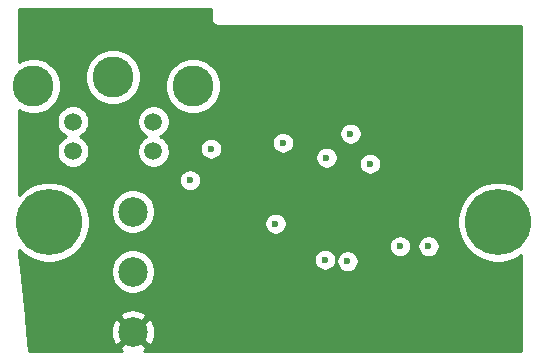
<source format=gbr>
G04 #@! TF.GenerationSoftware,KiCad,Pcbnew,(5.1.4)-1*
G04 #@! TF.CreationDate,2020-11-04T22:22:00+01:00*
G04 #@! TF.ProjectId,S-VHS ZX Spectrum Rev. D,532d5648-5320-45a5-9820-537065637472,rev?*
G04 #@! TF.SameCoordinates,Original*
G04 #@! TF.FileFunction,Copper,L2,Inr*
G04 #@! TF.FilePolarity,Positive*
%FSLAX46Y46*%
G04 Gerber Fmt 4.6, Leading zero omitted, Abs format (unit mm)*
G04 Created by KiCad (PCBNEW (5.1.4)-1) date 2020-11-04 22:22:00*
%MOMM*%
%LPD*%
G04 APERTURE LIST*
%ADD10C,5.600000*%
%ADD11C,1.500000*%
%ADD12C,3.465000*%
%ADD13C,2.499360*%
%ADD14C,0.600000*%
%ADD15C,1.200000*%
%ADD16C,0.254000*%
G04 APERTURE END LIST*
D10*
X138938000Y-102489000D03*
X176950000Y-102489000D03*
D11*
X140970000Y-93980000D03*
X147770000Y-93980000D03*
X140970000Y-96480000D03*
X147770000Y-96480000D03*
D12*
X137620000Y-90980000D03*
X144370000Y-90180000D03*
X151120000Y-90980000D03*
D13*
X146050000Y-111760000D03*
X146050000Y-101600000D03*
X146050000Y-106680000D03*
D14*
X158115000Y-102616000D03*
X162433000Y-97028000D03*
X164465000Y-94996000D03*
X166116000Y-97536000D03*
X164211000Y-105791000D03*
X171069000Y-104521000D03*
X162306000Y-105664000D03*
X168656000Y-104521000D03*
X152654000Y-96266000D03*
X158750000Y-95758000D03*
X150876000Y-98933000D03*
D15*
X171323000Y-96266000D03*
X172466000Y-106172000D03*
X165896500Y-101888500D03*
D16*
G36*
X152629000Y-85184580D02*
G01*
X152625807Y-85217000D01*
X152638550Y-85346383D01*
X152676290Y-85470793D01*
X152737575Y-85585450D01*
X152820052Y-85685948D01*
X152920550Y-85768425D01*
X153035207Y-85829710D01*
X153159617Y-85867450D01*
X153289000Y-85880193D01*
X153321419Y-85877000D01*
X178918000Y-85877000D01*
X178918001Y-99672737D01*
X178577082Y-99444943D01*
X177951952Y-99186006D01*
X177288318Y-99054000D01*
X176611682Y-99054000D01*
X175948048Y-99186006D01*
X175322918Y-99444943D01*
X174760315Y-99820862D01*
X174281862Y-100299315D01*
X173905943Y-100861918D01*
X173647006Y-101487048D01*
X173515000Y-102150682D01*
X173515000Y-102827318D01*
X173647006Y-103490952D01*
X173905943Y-104116082D01*
X174281862Y-104678685D01*
X174760315Y-105157138D01*
X175322918Y-105533057D01*
X175948048Y-105791994D01*
X176611682Y-105924000D01*
X177288318Y-105924000D01*
X177951952Y-105791994D01*
X178577082Y-105533057D01*
X178918001Y-105305263D01*
X178918001Y-113386000D01*
X147015455Y-113386000D01*
X147057896Y-113363315D01*
X147183771Y-113073377D01*
X146050000Y-111939605D01*
X144916229Y-113073377D01*
X145042104Y-113363315D01*
X145087544Y-113386000D01*
X137248430Y-113386000D01*
X137088822Y-111812719D01*
X144156935Y-111812719D01*
X144203595Y-112181025D01*
X144321211Y-112533151D01*
X144446685Y-112767896D01*
X144736623Y-112893771D01*
X145870395Y-111760000D01*
X146229605Y-111760000D01*
X147363377Y-112893771D01*
X147653315Y-112767896D01*
X147819139Y-112435738D01*
X147916975Y-112077613D01*
X147943065Y-111707281D01*
X147896405Y-111338975D01*
X147778789Y-110986849D01*
X147653315Y-110752104D01*
X147363377Y-110626229D01*
X146229605Y-111760000D01*
X145870395Y-111760000D01*
X144736623Y-110626229D01*
X144446685Y-110752104D01*
X144280861Y-111084262D01*
X144183025Y-111442387D01*
X144156935Y-111812719D01*
X137088822Y-111812719D01*
X136950233Y-110446623D01*
X144916229Y-110446623D01*
X146050000Y-111580395D01*
X147183771Y-110446623D01*
X147057896Y-110156685D01*
X146725738Y-109990861D01*
X146367613Y-109893025D01*
X145997281Y-109866935D01*
X145628975Y-109913595D01*
X145276849Y-110031211D01*
X145042104Y-110156685D01*
X144916229Y-110446623D01*
X136950233Y-110446623D01*
X136549281Y-106494375D01*
X144165320Y-106494375D01*
X144165320Y-106865625D01*
X144237747Y-107229741D01*
X144379818Y-107572731D01*
X144586074Y-107881413D01*
X144848587Y-108143926D01*
X145157269Y-108350182D01*
X145500259Y-108492253D01*
X145864375Y-108564680D01*
X146235625Y-108564680D01*
X146599741Y-108492253D01*
X146942731Y-108350182D01*
X147251413Y-108143926D01*
X147513926Y-107881413D01*
X147720182Y-107572731D01*
X147862253Y-107229741D01*
X147934680Y-106865625D01*
X147934680Y-106494375D01*
X147862253Y-106130259D01*
X147720182Y-105787269D01*
X147576284Y-105571911D01*
X161371000Y-105571911D01*
X161371000Y-105756089D01*
X161406932Y-105936729D01*
X161477414Y-106106889D01*
X161579738Y-106260028D01*
X161709972Y-106390262D01*
X161863111Y-106492586D01*
X162033271Y-106563068D01*
X162213911Y-106599000D01*
X162398089Y-106599000D01*
X162578729Y-106563068D01*
X162748889Y-106492586D01*
X162902028Y-106390262D01*
X163032262Y-106260028D01*
X163134586Y-106106889D01*
X163205068Y-105936729D01*
X163241000Y-105756089D01*
X163241000Y-105698911D01*
X163276000Y-105698911D01*
X163276000Y-105883089D01*
X163311932Y-106063729D01*
X163382414Y-106233889D01*
X163484738Y-106387028D01*
X163614972Y-106517262D01*
X163768111Y-106619586D01*
X163938271Y-106690068D01*
X164118911Y-106726000D01*
X164303089Y-106726000D01*
X164483729Y-106690068D01*
X164653889Y-106619586D01*
X164807028Y-106517262D01*
X164937262Y-106387028D01*
X165039586Y-106233889D01*
X165110068Y-106063729D01*
X165146000Y-105883089D01*
X165146000Y-105698911D01*
X165110068Y-105518271D01*
X165039586Y-105348111D01*
X164937262Y-105194972D01*
X164807028Y-105064738D01*
X164653889Y-104962414D01*
X164483729Y-104891932D01*
X164303089Y-104856000D01*
X164118911Y-104856000D01*
X163938271Y-104891932D01*
X163768111Y-104962414D01*
X163614972Y-105064738D01*
X163484738Y-105194972D01*
X163382414Y-105348111D01*
X163311932Y-105518271D01*
X163276000Y-105698911D01*
X163241000Y-105698911D01*
X163241000Y-105571911D01*
X163205068Y-105391271D01*
X163134586Y-105221111D01*
X163032262Y-105067972D01*
X162902028Y-104937738D01*
X162748889Y-104835414D01*
X162578729Y-104764932D01*
X162398089Y-104729000D01*
X162213911Y-104729000D01*
X162033271Y-104764932D01*
X161863111Y-104835414D01*
X161709972Y-104937738D01*
X161579738Y-105067972D01*
X161477414Y-105221111D01*
X161406932Y-105391271D01*
X161371000Y-105571911D01*
X147576284Y-105571911D01*
X147513926Y-105478587D01*
X147251413Y-105216074D01*
X146942731Y-105009818D01*
X146599741Y-104867747D01*
X146235625Y-104795320D01*
X145864375Y-104795320D01*
X145500259Y-104867747D01*
X145157269Y-105009818D01*
X144848587Y-105216074D01*
X144586074Y-105478587D01*
X144379818Y-105787269D01*
X144237747Y-106130259D01*
X144165320Y-106494375D01*
X136549281Y-106494375D01*
X136423000Y-105249613D01*
X136423000Y-104831823D01*
X136748315Y-105157138D01*
X137310918Y-105533057D01*
X137936048Y-105791994D01*
X138599682Y-105924000D01*
X139276318Y-105924000D01*
X139939952Y-105791994D01*
X140565082Y-105533057D01*
X141127685Y-105157138D01*
X141606138Y-104678685D01*
X141773031Y-104428911D01*
X167721000Y-104428911D01*
X167721000Y-104613089D01*
X167756932Y-104793729D01*
X167827414Y-104963889D01*
X167929738Y-105117028D01*
X168059972Y-105247262D01*
X168213111Y-105349586D01*
X168383271Y-105420068D01*
X168563911Y-105456000D01*
X168748089Y-105456000D01*
X168928729Y-105420068D01*
X169098889Y-105349586D01*
X169252028Y-105247262D01*
X169382262Y-105117028D01*
X169484586Y-104963889D01*
X169555068Y-104793729D01*
X169591000Y-104613089D01*
X169591000Y-104428911D01*
X170134000Y-104428911D01*
X170134000Y-104613089D01*
X170169932Y-104793729D01*
X170240414Y-104963889D01*
X170342738Y-105117028D01*
X170472972Y-105247262D01*
X170626111Y-105349586D01*
X170796271Y-105420068D01*
X170976911Y-105456000D01*
X171161089Y-105456000D01*
X171341729Y-105420068D01*
X171511889Y-105349586D01*
X171665028Y-105247262D01*
X171795262Y-105117028D01*
X171897586Y-104963889D01*
X171968068Y-104793729D01*
X172004000Y-104613089D01*
X172004000Y-104428911D01*
X171968068Y-104248271D01*
X171897586Y-104078111D01*
X171795262Y-103924972D01*
X171665028Y-103794738D01*
X171511889Y-103692414D01*
X171341729Y-103621932D01*
X171161089Y-103586000D01*
X170976911Y-103586000D01*
X170796271Y-103621932D01*
X170626111Y-103692414D01*
X170472972Y-103794738D01*
X170342738Y-103924972D01*
X170240414Y-104078111D01*
X170169932Y-104248271D01*
X170134000Y-104428911D01*
X169591000Y-104428911D01*
X169555068Y-104248271D01*
X169484586Y-104078111D01*
X169382262Y-103924972D01*
X169252028Y-103794738D01*
X169098889Y-103692414D01*
X168928729Y-103621932D01*
X168748089Y-103586000D01*
X168563911Y-103586000D01*
X168383271Y-103621932D01*
X168213111Y-103692414D01*
X168059972Y-103794738D01*
X167929738Y-103924972D01*
X167827414Y-104078111D01*
X167756932Y-104248271D01*
X167721000Y-104428911D01*
X141773031Y-104428911D01*
X141982057Y-104116082D01*
X142240994Y-103490952D01*
X142373000Y-102827318D01*
X142373000Y-102150682D01*
X142240994Y-101487048D01*
X142210892Y-101414375D01*
X144165320Y-101414375D01*
X144165320Y-101785625D01*
X144237747Y-102149741D01*
X144379818Y-102492731D01*
X144586074Y-102801413D01*
X144848587Y-103063926D01*
X145157269Y-103270182D01*
X145500259Y-103412253D01*
X145864375Y-103484680D01*
X146235625Y-103484680D01*
X146599741Y-103412253D01*
X146942731Y-103270182D01*
X147251413Y-103063926D01*
X147513926Y-102801413D01*
X147699348Y-102523911D01*
X157180000Y-102523911D01*
X157180000Y-102708089D01*
X157215932Y-102888729D01*
X157286414Y-103058889D01*
X157388738Y-103212028D01*
X157518972Y-103342262D01*
X157672111Y-103444586D01*
X157842271Y-103515068D01*
X158022911Y-103551000D01*
X158207089Y-103551000D01*
X158387729Y-103515068D01*
X158557889Y-103444586D01*
X158711028Y-103342262D01*
X158841262Y-103212028D01*
X158943586Y-103058889D01*
X159014068Y-102888729D01*
X159050000Y-102708089D01*
X159050000Y-102523911D01*
X159014068Y-102343271D01*
X158943586Y-102173111D01*
X158841262Y-102019972D01*
X158711028Y-101889738D01*
X158557889Y-101787414D01*
X158387729Y-101716932D01*
X158207089Y-101681000D01*
X158022911Y-101681000D01*
X157842271Y-101716932D01*
X157672111Y-101787414D01*
X157518972Y-101889738D01*
X157388738Y-102019972D01*
X157286414Y-102173111D01*
X157215932Y-102343271D01*
X157180000Y-102523911D01*
X147699348Y-102523911D01*
X147720182Y-102492731D01*
X147862253Y-102149741D01*
X147934680Y-101785625D01*
X147934680Y-101414375D01*
X147862253Y-101050259D01*
X147720182Y-100707269D01*
X147513926Y-100398587D01*
X147251413Y-100136074D01*
X146942731Y-99929818D01*
X146599741Y-99787747D01*
X146235625Y-99715320D01*
X145864375Y-99715320D01*
X145500259Y-99787747D01*
X145157269Y-99929818D01*
X144848587Y-100136074D01*
X144586074Y-100398587D01*
X144379818Y-100707269D01*
X144237747Y-101050259D01*
X144165320Y-101414375D01*
X142210892Y-101414375D01*
X141982057Y-100861918D01*
X141606138Y-100299315D01*
X141127685Y-99820862D01*
X140565082Y-99444943D01*
X139939952Y-99186006D01*
X139276318Y-99054000D01*
X138599682Y-99054000D01*
X137936048Y-99186006D01*
X137310918Y-99444943D01*
X136748315Y-99820862D01*
X136423000Y-100146177D01*
X136423000Y-98840911D01*
X149941000Y-98840911D01*
X149941000Y-99025089D01*
X149976932Y-99205729D01*
X150047414Y-99375889D01*
X150149738Y-99529028D01*
X150279972Y-99659262D01*
X150433111Y-99761586D01*
X150603271Y-99832068D01*
X150783911Y-99868000D01*
X150968089Y-99868000D01*
X151148729Y-99832068D01*
X151318889Y-99761586D01*
X151472028Y-99659262D01*
X151602262Y-99529028D01*
X151704586Y-99375889D01*
X151775068Y-99205729D01*
X151811000Y-99025089D01*
X151811000Y-98840911D01*
X151775068Y-98660271D01*
X151704586Y-98490111D01*
X151602262Y-98336972D01*
X151472028Y-98206738D01*
X151318889Y-98104414D01*
X151148729Y-98033932D01*
X150968089Y-97998000D01*
X150783911Y-97998000D01*
X150603271Y-98033932D01*
X150433111Y-98104414D01*
X150279972Y-98206738D01*
X150149738Y-98336972D01*
X150047414Y-98490111D01*
X149976932Y-98660271D01*
X149941000Y-98840911D01*
X136423000Y-98840911D01*
X136423000Y-93843589D01*
X139585000Y-93843589D01*
X139585000Y-94116411D01*
X139638225Y-94383989D01*
X139742629Y-94636043D01*
X139894201Y-94862886D01*
X140087114Y-95055799D01*
X140313957Y-95207371D01*
X140368588Y-95230000D01*
X140313957Y-95252629D01*
X140087114Y-95404201D01*
X139894201Y-95597114D01*
X139742629Y-95823957D01*
X139638225Y-96076011D01*
X139585000Y-96343589D01*
X139585000Y-96616411D01*
X139638225Y-96883989D01*
X139742629Y-97136043D01*
X139894201Y-97362886D01*
X140087114Y-97555799D01*
X140313957Y-97707371D01*
X140566011Y-97811775D01*
X140833589Y-97865000D01*
X141106411Y-97865000D01*
X141373989Y-97811775D01*
X141626043Y-97707371D01*
X141852886Y-97555799D01*
X142045799Y-97362886D01*
X142197371Y-97136043D01*
X142301775Y-96883989D01*
X142355000Y-96616411D01*
X142355000Y-96343589D01*
X142301775Y-96076011D01*
X142197371Y-95823957D01*
X142045799Y-95597114D01*
X141852886Y-95404201D01*
X141626043Y-95252629D01*
X141571412Y-95230000D01*
X141626043Y-95207371D01*
X141852886Y-95055799D01*
X142045799Y-94862886D01*
X142197371Y-94636043D01*
X142301775Y-94383989D01*
X142355000Y-94116411D01*
X142355000Y-93843589D01*
X146385000Y-93843589D01*
X146385000Y-94116411D01*
X146438225Y-94383989D01*
X146542629Y-94636043D01*
X146694201Y-94862886D01*
X146887114Y-95055799D01*
X147113957Y-95207371D01*
X147168588Y-95230000D01*
X147113957Y-95252629D01*
X146887114Y-95404201D01*
X146694201Y-95597114D01*
X146542629Y-95823957D01*
X146438225Y-96076011D01*
X146385000Y-96343589D01*
X146385000Y-96616411D01*
X146438225Y-96883989D01*
X146542629Y-97136043D01*
X146694201Y-97362886D01*
X146887114Y-97555799D01*
X147113957Y-97707371D01*
X147366011Y-97811775D01*
X147633589Y-97865000D01*
X147906411Y-97865000D01*
X148173989Y-97811775D01*
X148426043Y-97707371D01*
X148652886Y-97555799D01*
X148845799Y-97362886D01*
X148997371Y-97136043D01*
X149101775Y-96883989D01*
X149155000Y-96616411D01*
X149155000Y-96343589D01*
X149121249Y-96173911D01*
X151719000Y-96173911D01*
X151719000Y-96358089D01*
X151754932Y-96538729D01*
X151825414Y-96708889D01*
X151927738Y-96862028D01*
X152057972Y-96992262D01*
X152211111Y-97094586D01*
X152381271Y-97165068D01*
X152561911Y-97201000D01*
X152746089Y-97201000D01*
X152926729Y-97165068D01*
X153096889Y-97094586D01*
X153250028Y-96992262D01*
X153306379Y-96935911D01*
X161498000Y-96935911D01*
X161498000Y-97120089D01*
X161533932Y-97300729D01*
X161604414Y-97470889D01*
X161706738Y-97624028D01*
X161836972Y-97754262D01*
X161990111Y-97856586D01*
X162160271Y-97927068D01*
X162340911Y-97963000D01*
X162525089Y-97963000D01*
X162705729Y-97927068D01*
X162875889Y-97856586D01*
X163029028Y-97754262D01*
X163159262Y-97624028D01*
X163261586Y-97470889D01*
X163272760Y-97443911D01*
X165181000Y-97443911D01*
X165181000Y-97628089D01*
X165216932Y-97808729D01*
X165287414Y-97978889D01*
X165389738Y-98132028D01*
X165519972Y-98262262D01*
X165673111Y-98364586D01*
X165843271Y-98435068D01*
X166023911Y-98471000D01*
X166208089Y-98471000D01*
X166388729Y-98435068D01*
X166558889Y-98364586D01*
X166712028Y-98262262D01*
X166842262Y-98132028D01*
X166944586Y-97978889D01*
X167015068Y-97808729D01*
X167051000Y-97628089D01*
X167051000Y-97443911D01*
X167015068Y-97263271D01*
X166944586Y-97093111D01*
X166842262Y-96939972D01*
X166712028Y-96809738D01*
X166558889Y-96707414D01*
X166388729Y-96636932D01*
X166208089Y-96601000D01*
X166023911Y-96601000D01*
X165843271Y-96636932D01*
X165673111Y-96707414D01*
X165519972Y-96809738D01*
X165389738Y-96939972D01*
X165287414Y-97093111D01*
X165216932Y-97263271D01*
X165181000Y-97443911D01*
X163272760Y-97443911D01*
X163332068Y-97300729D01*
X163368000Y-97120089D01*
X163368000Y-96935911D01*
X163332068Y-96755271D01*
X163261586Y-96585111D01*
X163159262Y-96431972D01*
X163029028Y-96301738D01*
X162875889Y-96199414D01*
X162705729Y-96128932D01*
X162525089Y-96093000D01*
X162340911Y-96093000D01*
X162160271Y-96128932D01*
X161990111Y-96199414D01*
X161836972Y-96301738D01*
X161706738Y-96431972D01*
X161604414Y-96585111D01*
X161533932Y-96755271D01*
X161498000Y-96935911D01*
X153306379Y-96935911D01*
X153380262Y-96862028D01*
X153482586Y-96708889D01*
X153553068Y-96538729D01*
X153589000Y-96358089D01*
X153589000Y-96173911D01*
X153553068Y-95993271D01*
X153482586Y-95823111D01*
X153380262Y-95669972D01*
X153376201Y-95665911D01*
X157815000Y-95665911D01*
X157815000Y-95850089D01*
X157850932Y-96030729D01*
X157921414Y-96200889D01*
X158023738Y-96354028D01*
X158153972Y-96484262D01*
X158307111Y-96586586D01*
X158477271Y-96657068D01*
X158657911Y-96693000D01*
X158842089Y-96693000D01*
X159022729Y-96657068D01*
X159192889Y-96586586D01*
X159346028Y-96484262D01*
X159476262Y-96354028D01*
X159578586Y-96200889D01*
X159649068Y-96030729D01*
X159685000Y-95850089D01*
X159685000Y-95665911D01*
X159649068Y-95485271D01*
X159578586Y-95315111D01*
X159476262Y-95161972D01*
X159346028Y-95031738D01*
X159192889Y-94929414D01*
X159131319Y-94903911D01*
X163530000Y-94903911D01*
X163530000Y-95088089D01*
X163565932Y-95268729D01*
X163636414Y-95438889D01*
X163738738Y-95592028D01*
X163868972Y-95722262D01*
X164022111Y-95824586D01*
X164192271Y-95895068D01*
X164372911Y-95931000D01*
X164557089Y-95931000D01*
X164737729Y-95895068D01*
X164907889Y-95824586D01*
X165061028Y-95722262D01*
X165191262Y-95592028D01*
X165293586Y-95438889D01*
X165364068Y-95268729D01*
X165400000Y-95088089D01*
X165400000Y-94903911D01*
X165364068Y-94723271D01*
X165293586Y-94553111D01*
X165191262Y-94399972D01*
X165061028Y-94269738D01*
X164907889Y-94167414D01*
X164737729Y-94096932D01*
X164557089Y-94061000D01*
X164372911Y-94061000D01*
X164192271Y-94096932D01*
X164022111Y-94167414D01*
X163868972Y-94269738D01*
X163738738Y-94399972D01*
X163636414Y-94553111D01*
X163565932Y-94723271D01*
X163530000Y-94903911D01*
X159131319Y-94903911D01*
X159022729Y-94858932D01*
X158842089Y-94823000D01*
X158657911Y-94823000D01*
X158477271Y-94858932D01*
X158307111Y-94929414D01*
X158153972Y-95031738D01*
X158023738Y-95161972D01*
X157921414Y-95315111D01*
X157850932Y-95485271D01*
X157815000Y-95665911D01*
X153376201Y-95665911D01*
X153250028Y-95539738D01*
X153096889Y-95437414D01*
X152926729Y-95366932D01*
X152746089Y-95331000D01*
X152561911Y-95331000D01*
X152381271Y-95366932D01*
X152211111Y-95437414D01*
X152057972Y-95539738D01*
X151927738Y-95669972D01*
X151825414Y-95823111D01*
X151754932Y-95993271D01*
X151719000Y-96173911D01*
X149121249Y-96173911D01*
X149101775Y-96076011D01*
X148997371Y-95823957D01*
X148845799Y-95597114D01*
X148652886Y-95404201D01*
X148426043Y-95252629D01*
X148371412Y-95230000D01*
X148426043Y-95207371D01*
X148652886Y-95055799D01*
X148845799Y-94862886D01*
X148997371Y-94636043D01*
X149101775Y-94383989D01*
X149155000Y-94116411D01*
X149155000Y-93843589D01*
X149101775Y-93576011D01*
X148997371Y-93323957D01*
X148845799Y-93097114D01*
X148652886Y-92904201D01*
X148426043Y-92752629D01*
X148173989Y-92648225D01*
X147906411Y-92595000D01*
X147633589Y-92595000D01*
X147366011Y-92648225D01*
X147113957Y-92752629D01*
X146887114Y-92904201D01*
X146694201Y-93097114D01*
X146542629Y-93323957D01*
X146438225Y-93576011D01*
X146385000Y-93843589D01*
X142355000Y-93843589D01*
X142301775Y-93576011D01*
X142197371Y-93323957D01*
X142045799Y-93097114D01*
X141852886Y-92904201D01*
X141626043Y-92752629D01*
X141373989Y-92648225D01*
X141106411Y-92595000D01*
X140833589Y-92595000D01*
X140566011Y-92648225D01*
X140313957Y-92752629D01*
X140087114Y-92904201D01*
X139894201Y-93097114D01*
X139742629Y-93323957D01*
X139638225Y-93576011D01*
X139585000Y-93843589D01*
X136423000Y-93843589D01*
X136423000Y-93027558D01*
X136498568Y-93078051D01*
X136929426Y-93256518D01*
X137386822Y-93347500D01*
X137853178Y-93347500D01*
X138310574Y-93256518D01*
X138741432Y-93078051D01*
X139129193Y-92818957D01*
X139458957Y-92489193D01*
X139718051Y-92101432D01*
X139896518Y-91670574D01*
X139987500Y-91213178D01*
X139987500Y-90746822D01*
X139896518Y-90289426D01*
X139754607Y-89946822D01*
X142002500Y-89946822D01*
X142002500Y-90413178D01*
X142093482Y-90870574D01*
X142271949Y-91301432D01*
X142531043Y-91689193D01*
X142860807Y-92018957D01*
X143248568Y-92278051D01*
X143679426Y-92456518D01*
X144136822Y-92547500D01*
X144603178Y-92547500D01*
X145060574Y-92456518D01*
X145491432Y-92278051D01*
X145879193Y-92018957D01*
X146208957Y-91689193D01*
X146468051Y-91301432D01*
X146646518Y-90870574D01*
X146671133Y-90746822D01*
X148752500Y-90746822D01*
X148752500Y-91213178D01*
X148843482Y-91670574D01*
X149021949Y-92101432D01*
X149281043Y-92489193D01*
X149610807Y-92818957D01*
X149998568Y-93078051D01*
X150429426Y-93256518D01*
X150886822Y-93347500D01*
X151353178Y-93347500D01*
X151810574Y-93256518D01*
X152241432Y-93078051D01*
X152629193Y-92818957D01*
X152958957Y-92489193D01*
X153218051Y-92101432D01*
X153396518Y-91670574D01*
X153487500Y-91213178D01*
X153487500Y-90746822D01*
X153396518Y-90289426D01*
X153218051Y-89858568D01*
X152958957Y-89470807D01*
X152629193Y-89141043D01*
X152241432Y-88881949D01*
X151810574Y-88703482D01*
X151353178Y-88612500D01*
X150886822Y-88612500D01*
X150429426Y-88703482D01*
X149998568Y-88881949D01*
X149610807Y-89141043D01*
X149281043Y-89470807D01*
X149021949Y-89858568D01*
X148843482Y-90289426D01*
X148752500Y-90746822D01*
X146671133Y-90746822D01*
X146737500Y-90413178D01*
X146737500Y-89946822D01*
X146646518Y-89489426D01*
X146468051Y-89058568D01*
X146208957Y-88670807D01*
X145879193Y-88341043D01*
X145491432Y-88081949D01*
X145060574Y-87903482D01*
X144603178Y-87812500D01*
X144136822Y-87812500D01*
X143679426Y-87903482D01*
X143248568Y-88081949D01*
X142860807Y-88341043D01*
X142531043Y-88670807D01*
X142271949Y-89058568D01*
X142093482Y-89489426D01*
X142002500Y-89946822D01*
X139754607Y-89946822D01*
X139718051Y-89858568D01*
X139458957Y-89470807D01*
X139129193Y-89141043D01*
X138741432Y-88881949D01*
X138310574Y-88703482D01*
X137853178Y-88612500D01*
X137386822Y-88612500D01*
X136929426Y-88703482D01*
X136498568Y-88881949D01*
X136423000Y-88932442D01*
X136423000Y-84480000D01*
X152629001Y-84480000D01*
X152629000Y-85184580D01*
X152629000Y-85184580D01*
G37*
X152629000Y-85184580D02*
X152625807Y-85217000D01*
X152638550Y-85346383D01*
X152676290Y-85470793D01*
X152737575Y-85585450D01*
X152820052Y-85685948D01*
X152920550Y-85768425D01*
X153035207Y-85829710D01*
X153159617Y-85867450D01*
X153289000Y-85880193D01*
X153321419Y-85877000D01*
X178918000Y-85877000D01*
X178918001Y-99672737D01*
X178577082Y-99444943D01*
X177951952Y-99186006D01*
X177288318Y-99054000D01*
X176611682Y-99054000D01*
X175948048Y-99186006D01*
X175322918Y-99444943D01*
X174760315Y-99820862D01*
X174281862Y-100299315D01*
X173905943Y-100861918D01*
X173647006Y-101487048D01*
X173515000Y-102150682D01*
X173515000Y-102827318D01*
X173647006Y-103490952D01*
X173905943Y-104116082D01*
X174281862Y-104678685D01*
X174760315Y-105157138D01*
X175322918Y-105533057D01*
X175948048Y-105791994D01*
X176611682Y-105924000D01*
X177288318Y-105924000D01*
X177951952Y-105791994D01*
X178577082Y-105533057D01*
X178918001Y-105305263D01*
X178918001Y-113386000D01*
X147015455Y-113386000D01*
X147057896Y-113363315D01*
X147183771Y-113073377D01*
X146050000Y-111939605D01*
X144916229Y-113073377D01*
X145042104Y-113363315D01*
X145087544Y-113386000D01*
X137248430Y-113386000D01*
X137088822Y-111812719D01*
X144156935Y-111812719D01*
X144203595Y-112181025D01*
X144321211Y-112533151D01*
X144446685Y-112767896D01*
X144736623Y-112893771D01*
X145870395Y-111760000D01*
X146229605Y-111760000D01*
X147363377Y-112893771D01*
X147653315Y-112767896D01*
X147819139Y-112435738D01*
X147916975Y-112077613D01*
X147943065Y-111707281D01*
X147896405Y-111338975D01*
X147778789Y-110986849D01*
X147653315Y-110752104D01*
X147363377Y-110626229D01*
X146229605Y-111760000D01*
X145870395Y-111760000D01*
X144736623Y-110626229D01*
X144446685Y-110752104D01*
X144280861Y-111084262D01*
X144183025Y-111442387D01*
X144156935Y-111812719D01*
X137088822Y-111812719D01*
X136950233Y-110446623D01*
X144916229Y-110446623D01*
X146050000Y-111580395D01*
X147183771Y-110446623D01*
X147057896Y-110156685D01*
X146725738Y-109990861D01*
X146367613Y-109893025D01*
X145997281Y-109866935D01*
X145628975Y-109913595D01*
X145276849Y-110031211D01*
X145042104Y-110156685D01*
X144916229Y-110446623D01*
X136950233Y-110446623D01*
X136549281Y-106494375D01*
X144165320Y-106494375D01*
X144165320Y-106865625D01*
X144237747Y-107229741D01*
X144379818Y-107572731D01*
X144586074Y-107881413D01*
X144848587Y-108143926D01*
X145157269Y-108350182D01*
X145500259Y-108492253D01*
X145864375Y-108564680D01*
X146235625Y-108564680D01*
X146599741Y-108492253D01*
X146942731Y-108350182D01*
X147251413Y-108143926D01*
X147513926Y-107881413D01*
X147720182Y-107572731D01*
X147862253Y-107229741D01*
X147934680Y-106865625D01*
X147934680Y-106494375D01*
X147862253Y-106130259D01*
X147720182Y-105787269D01*
X147576284Y-105571911D01*
X161371000Y-105571911D01*
X161371000Y-105756089D01*
X161406932Y-105936729D01*
X161477414Y-106106889D01*
X161579738Y-106260028D01*
X161709972Y-106390262D01*
X161863111Y-106492586D01*
X162033271Y-106563068D01*
X162213911Y-106599000D01*
X162398089Y-106599000D01*
X162578729Y-106563068D01*
X162748889Y-106492586D01*
X162902028Y-106390262D01*
X163032262Y-106260028D01*
X163134586Y-106106889D01*
X163205068Y-105936729D01*
X163241000Y-105756089D01*
X163241000Y-105698911D01*
X163276000Y-105698911D01*
X163276000Y-105883089D01*
X163311932Y-106063729D01*
X163382414Y-106233889D01*
X163484738Y-106387028D01*
X163614972Y-106517262D01*
X163768111Y-106619586D01*
X163938271Y-106690068D01*
X164118911Y-106726000D01*
X164303089Y-106726000D01*
X164483729Y-106690068D01*
X164653889Y-106619586D01*
X164807028Y-106517262D01*
X164937262Y-106387028D01*
X165039586Y-106233889D01*
X165110068Y-106063729D01*
X165146000Y-105883089D01*
X165146000Y-105698911D01*
X165110068Y-105518271D01*
X165039586Y-105348111D01*
X164937262Y-105194972D01*
X164807028Y-105064738D01*
X164653889Y-104962414D01*
X164483729Y-104891932D01*
X164303089Y-104856000D01*
X164118911Y-104856000D01*
X163938271Y-104891932D01*
X163768111Y-104962414D01*
X163614972Y-105064738D01*
X163484738Y-105194972D01*
X163382414Y-105348111D01*
X163311932Y-105518271D01*
X163276000Y-105698911D01*
X163241000Y-105698911D01*
X163241000Y-105571911D01*
X163205068Y-105391271D01*
X163134586Y-105221111D01*
X163032262Y-105067972D01*
X162902028Y-104937738D01*
X162748889Y-104835414D01*
X162578729Y-104764932D01*
X162398089Y-104729000D01*
X162213911Y-104729000D01*
X162033271Y-104764932D01*
X161863111Y-104835414D01*
X161709972Y-104937738D01*
X161579738Y-105067972D01*
X161477414Y-105221111D01*
X161406932Y-105391271D01*
X161371000Y-105571911D01*
X147576284Y-105571911D01*
X147513926Y-105478587D01*
X147251413Y-105216074D01*
X146942731Y-105009818D01*
X146599741Y-104867747D01*
X146235625Y-104795320D01*
X145864375Y-104795320D01*
X145500259Y-104867747D01*
X145157269Y-105009818D01*
X144848587Y-105216074D01*
X144586074Y-105478587D01*
X144379818Y-105787269D01*
X144237747Y-106130259D01*
X144165320Y-106494375D01*
X136549281Y-106494375D01*
X136423000Y-105249613D01*
X136423000Y-104831823D01*
X136748315Y-105157138D01*
X137310918Y-105533057D01*
X137936048Y-105791994D01*
X138599682Y-105924000D01*
X139276318Y-105924000D01*
X139939952Y-105791994D01*
X140565082Y-105533057D01*
X141127685Y-105157138D01*
X141606138Y-104678685D01*
X141773031Y-104428911D01*
X167721000Y-104428911D01*
X167721000Y-104613089D01*
X167756932Y-104793729D01*
X167827414Y-104963889D01*
X167929738Y-105117028D01*
X168059972Y-105247262D01*
X168213111Y-105349586D01*
X168383271Y-105420068D01*
X168563911Y-105456000D01*
X168748089Y-105456000D01*
X168928729Y-105420068D01*
X169098889Y-105349586D01*
X169252028Y-105247262D01*
X169382262Y-105117028D01*
X169484586Y-104963889D01*
X169555068Y-104793729D01*
X169591000Y-104613089D01*
X169591000Y-104428911D01*
X170134000Y-104428911D01*
X170134000Y-104613089D01*
X170169932Y-104793729D01*
X170240414Y-104963889D01*
X170342738Y-105117028D01*
X170472972Y-105247262D01*
X170626111Y-105349586D01*
X170796271Y-105420068D01*
X170976911Y-105456000D01*
X171161089Y-105456000D01*
X171341729Y-105420068D01*
X171511889Y-105349586D01*
X171665028Y-105247262D01*
X171795262Y-105117028D01*
X171897586Y-104963889D01*
X171968068Y-104793729D01*
X172004000Y-104613089D01*
X172004000Y-104428911D01*
X171968068Y-104248271D01*
X171897586Y-104078111D01*
X171795262Y-103924972D01*
X171665028Y-103794738D01*
X171511889Y-103692414D01*
X171341729Y-103621932D01*
X171161089Y-103586000D01*
X170976911Y-103586000D01*
X170796271Y-103621932D01*
X170626111Y-103692414D01*
X170472972Y-103794738D01*
X170342738Y-103924972D01*
X170240414Y-104078111D01*
X170169932Y-104248271D01*
X170134000Y-104428911D01*
X169591000Y-104428911D01*
X169555068Y-104248271D01*
X169484586Y-104078111D01*
X169382262Y-103924972D01*
X169252028Y-103794738D01*
X169098889Y-103692414D01*
X168928729Y-103621932D01*
X168748089Y-103586000D01*
X168563911Y-103586000D01*
X168383271Y-103621932D01*
X168213111Y-103692414D01*
X168059972Y-103794738D01*
X167929738Y-103924972D01*
X167827414Y-104078111D01*
X167756932Y-104248271D01*
X167721000Y-104428911D01*
X141773031Y-104428911D01*
X141982057Y-104116082D01*
X142240994Y-103490952D01*
X142373000Y-102827318D01*
X142373000Y-102150682D01*
X142240994Y-101487048D01*
X142210892Y-101414375D01*
X144165320Y-101414375D01*
X144165320Y-101785625D01*
X144237747Y-102149741D01*
X144379818Y-102492731D01*
X144586074Y-102801413D01*
X144848587Y-103063926D01*
X145157269Y-103270182D01*
X145500259Y-103412253D01*
X145864375Y-103484680D01*
X146235625Y-103484680D01*
X146599741Y-103412253D01*
X146942731Y-103270182D01*
X147251413Y-103063926D01*
X147513926Y-102801413D01*
X147699348Y-102523911D01*
X157180000Y-102523911D01*
X157180000Y-102708089D01*
X157215932Y-102888729D01*
X157286414Y-103058889D01*
X157388738Y-103212028D01*
X157518972Y-103342262D01*
X157672111Y-103444586D01*
X157842271Y-103515068D01*
X158022911Y-103551000D01*
X158207089Y-103551000D01*
X158387729Y-103515068D01*
X158557889Y-103444586D01*
X158711028Y-103342262D01*
X158841262Y-103212028D01*
X158943586Y-103058889D01*
X159014068Y-102888729D01*
X159050000Y-102708089D01*
X159050000Y-102523911D01*
X159014068Y-102343271D01*
X158943586Y-102173111D01*
X158841262Y-102019972D01*
X158711028Y-101889738D01*
X158557889Y-101787414D01*
X158387729Y-101716932D01*
X158207089Y-101681000D01*
X158022911Y-101681000D01*
X157842271Y-101716932D01*
X157672111Y-101787414D01*
X157518972Y-101889738D01*
X157388738Y-102019972D01*
X157286414Y-102173111D01*
X157215932Y-102343271D01*
X157180000Y-102523911D01*
X147699348Y-102523911D01*
X147720182Y-102492731D01*
X147862253Y-102149741D01*
X147934680Y-101785625D01*
X147934680Y-101414375D01*
X147862253Y-101050259D01*
X147720182Y-100707269D01*
X147513926Y-100398587D01*
X147251413Y-100136074D01*
X146942731Y-99929818D01*
X146599741Y-99787747D01*
X146235625Y-99715320D01*
X145864375Y-99715320D01*
X145500259Y-99787747D01*
X145157269Y-99929818D01*
X144848587Y-100136074D01*
X144586074Y-100398587D01*
X144379818Y-100707269D01*
X144237747Y-101050259D01*
X144165320Y-101414375D01*
X142210892Y-101414375D01*
X141982057Y-100861918D01*
X141606138Y-100299315D01*
X141127685Y-99820862D01*
X140565082Y-99444943D01*
X139939952Y-99186006D01*
X139276318Y-99054000D01*
X138599682Y-99054000D01*
X137936048Y-99186006D01*
X137310918Y-99444943D01*
X136748315Y-99820862D01*
X136423000Y-100146177D01*
X136423000Y-98840911D01*
X149941000Y-98840911D01*
X149941000Y-99025089D01*
X149976932Y-99205729D01*
X150047414Y-99375889D01*
X150149738Y-99529028D01*
X150279972Y-99659262D01*
X150433111Y-99761586D01*
X150603271Y-99832068D01*
X150783911Y-99868000D01*
X150968089Y-99868000D01*
X151148729Y-99832068D01*
X151318889Y-99761586D01*
X151472028Y-99659262D01*
X151602262Y-99529028D01*
X151704586Y-99375889D01*
X151775068Y-99205729D01*
X151811000Y-99025089D01*
X151811000Y-98840911D01*
X151775068Y-98660271D01*
X151704586Y-98490111D01*
X151602262Y-98336972D01*
X151472028Y-98206738D01*
X151318889Y-98104414D01*
X151148729Y-98033932D01*
X150968089Y-97998000D01*
X150783911Y-97998000D01*
X150603271Y-98033932D01*
X150433111Y-98104414D01*
X150279972Y-98206738D01*
X150149738Y-98336972D01*
X150047414Y-98490111D01*
X149976932Y-98660271D01*
X149941000Y-98840911D01*
X136423000Y-98840911D01*
X136423000Y-93843589D01*
X139585000Y-93843589D01*
X139585000Y-94116411D01*
X139638225Y-94383989D01*
X139742629Y-94636043D01*
X139894201Y-94862886D01*
X140087114Y-95055799D01*
X140313957Y-95207371D01*
X140368588Y-95230000D01*
X140313957Y-95252629D01*
X140087114Y-95404201D01*
X139894201Y-95597114D01*
X139742629Y-95823957D01*
X139638225Y-96076011D01*
X139585000Y-96343589D01*
X139585000Y-96616411D01*
X139638225Y-96883989D01*
X139742629Y-97136043D01*
X139894201Y-97362886D01*
X140087114Y-97555799D01*
X140313957Y-97707371D01*
X140566011Y-97811775D01*
X140833589Y-97865000D01*
X141106411Y-97865000D01*
X141373989Y-97811775D01*
X141626043Y-97707371D01*
X141852886Y-97555799D01*
X142045799Y-97362886D01*
X142197371Y-97136043D01*
X142301775Y-96883989D01*
X142355000Y-96616411D01*
X142355000Y-96343589D01*
X142301775Y-96076011D01*
X142197371Y-95823957D01*
X142045799Y-95597114D01*
X141852886Y-95404201D01*
X141626043Y-95252629D01*
X141571412Y-95230000D01*
X141626043Y-95207371D01*
X141852886Y-95055799D01*
X142045799Y-94862886D01*
X142197371Y-94636043D01*
X142301775Y-94383989D01*
X142355000Y-94116411D01*
X142355000Y-93843589D01*
X146385000Y-93843589D01*
X146385000Y-94116411D01*
X146438225Y-94383989D01*
X146542629Y-94636043D01*
X146694201Y-94862886D01*
X146887114Y-95055799D01*
X147113957Y-95207371D01*
X147168588Y-95230000D01*
X147113957Y-95252629D01*
X146887114Y-95404201D01*
X146694201Y-95597114D01*
X146542629Y-95823957D01*
X146438225Y-96076011D01*
X146385000Y-96343589D01*
X146385000Y-96616411D01*
X146438225Y-96883989D01*
X146542629Y-97136043D01*
X146694201Y-97362886D01*
X146887114Y-97555799D01*
X147113957Y-97707371D01*
X147366011Y-97811775D01*
X147633589Y-97865000D01*
X147906411Y-97865000D01*
X148173989Y-97811775D01*
X148426043Y-97707371D01*
X148652886Y-97555799D01*
X148845799Y-97362886D01*
X148997371Y-97136043D01*
X149101775Y-96883989D01*
X149155000Y-96616411D01*
X149155000Y-96343589D01*
X149121249Y-96173911D01*
X151719000Y-96173911D01*
X151719000Y-96358089D01*
X151754932Y-96538729D01*
X151825414Y-96708889D01*
X151927738Y-96862028D01*
X152057972Y-96992262D01*
X152211111Y-97094586D01*
X152381271Y-97165068D01*
X152561911Y-97201000D01*
X152746089Y-97201000D01*
X152926729Y-97165068D01*
X153096889Y-97094586D01*
X153250028Y-96992262D01*
X153306379Y-96935911D01*
X161498000Y-96935911D01*
X161498000Y-97120089D01*
X161533932Y-97300729D01*
X161604414Y-97470889D01*
X161706738Y-97624028D01*
X161836972Y-97754262D01*
X161990111Y-97856586D01*
X162160271Y-97927068D01*
X162340911Y-97963000D01*
X162525089Y-97963000D01*
X162705729Y-97927068D01*
X162875889Y-97856586D01*
X163029028Y-97754262D01*
X163159262Y-97624028D01*
X163261586Y-97470889D01*
X163272760Y-97443911D01*
X165181000Y-97443911D01*
X165181000Y-97628089D01*
X165216932Y-97808729D01*
X165287414Y-97978889D01*
X165389738Y-98132028D01*
X165519972Y-98262262D01*
X165673111Y-98364586D01*
X165843271Y-98435068D01*
X166023911Y-98471000D01*
X166208089Y-98471000D01*
X166388729Y-98435068D01*
X166558889Y-98364586D01*
X166712028Y-98262262D01*
X166842262Y-98132028D01*
X166944586Y-97978889D01*
X167015068Y-97808729D01*
X167051000Y-97628089D01*
X167051000Y-97443911D01*
X167015068Y-97263271D01*
X166944586Y-97093111D01*
X166842262Y-96939972D01*
X166712028Y-96809738D01*
X166558889Y-96707414D01*
X166388729Y-96636932D01*
X166208089Y-96601000D01*
X166023911Y-96601000D01*
X165843271Y-96636932D01*
X165673111Y-96707414D01*
X165519972Y-96809738D01*
X165389738Y-96939972D01*
X165287414Y-97093111D01*
X165216932Y-97263271D01*
X165181000Y-97443911D01*
X163272760Y-97443911D01*
X163332068Y-97300729D01*
X163368000Y-97120089D01*
X163368000Y-96935911D01*
X163332068Y-96755271D01*
X163261586Y-96585111D01*
X163159262Y-96431972D01*
X163029028Y-96301738D01*
X162875889Y-96199414D01*
X162705729Y-96128932D01*
X162525089Y-96093000D01*
X162340911Y-96093000D01*
X162160271Y-96128932D01*
X161990111Y-96199414D01*
X161836972Y-96301738D01*
X161706738Y-96431972D01*
X161604414Y-96585111D01*
X161533932Y-96755271D01*
X161498000Y-96935911D01*
X153306379Y-96935911D01*
X153380262Y-96862028D01*
X153482586Y-96708889D01*
X153553068Y-96538729D01*
X153589000Y-96358089D01*
X153589000Y-96173911D01*
X153553068Y-95993271D01*
X153482586Y-95823111D01*
X153380262Y-95669972D01*
X153376201Y-95665911D01*
X157815000Y-95665911D01*
X157815000Y-95850089D01*
X157850932Y-96030729D01*
X157921414Y-96200889D01*
X158023738Y-96354028D01*
X158153972Y-96484262D01*
X158307111Y-96586586D01*
X158477271Y-96657068D01*
X158657911Y-96693000D01*
X158842089Y-96693000D01*
X159022729Y-96657068D01*
X159192889Y-96586586D01*
X159346028Y-96484262D01*
X159476262Y-96354028D01*
X159578586Y-96200889D01*
X159649068Y-96030729D01*
X159685000Y-95850089D01*
X159685000Y-95665911D01*
X159649068Y-95485271D01*
X159578586Y-95315111D01*
X159476262Y-95161972D01*
X159346028Y-95031738D01*
X159192889Y-94929414D01*
X159131319Y-94903911D01*
X163530000Y-94903911D01*
X163530000Y-95088089D01*
X163565932Y-95268729D01*
X163636414Y-95438889D01*
X163738738Y-95592028D01*
X163868972Y-95722262D01*
X164022111Y-95824586D01*
X164192271Y-95895068D01*
X164372911Y-95931000D01*
X164557089Y-95931000D01*
X164737729Y-95895068D01*
X164907889Y-95824586D01*
X165061028Y-95722262D01*
X165191262Y-95592028D01*
X165293586Y-95438889D01*
X165364068Y-95268729D01*
X165400000Y-95088089D01*
X165400000Y-94903911D01*
X165364068Y-94723271D01*
X165293586Y-94553111D01*
X165191262Y-94399972D01*
X165061028Y-94269738D01*
X164907889Y-94167414D01*
X164737729Y-94096932D01*
X164557089Y-94061000D01*
X164372911Y-94061000D01*
X164192271Y-94096932D01*
X164022111Y-94167414D01*
X163868972Y-94269738D01*
X163738738Y-94399972D01*
X163636414Y-94553111D01*
X163565932Y-94723271D01*
X163530000Y-94903911D01*
X159131319Y-94903911D01*
X159022729Y-94858932D01*
X158842089Y-94823000D01*
X158657911Y-94823000D01*
X158477271Y-94858932D01*
X158307111Y-94929414D01*
X158153972Y-95031738D01*
X158023738Y-95161972D01*
X157921414Y-95315111D01*
X157850932Y-95485271D01*
X157815000Y-95665911D01*
X153376201Y-95665911D01*
X153250028Y-95539738D01*
X153096889Y-95437414D01*
X152926729Y-95366932D01*
X152746089Y-95331000D01*
X152561911Y-95331000D01*
X152381271Y-95366932D01*
X152211111Y-95437414D01*
X152057972Y-95539738D01*
X151927738Y-95669972D01*
X151825414Y-95823111D01*
X151754932Y-95993271D01*
X151719000Y-96173911D01*
X149121249Y-96173911D01*
X149101775Y-96076011D01*
X148997371Y-95823957D01*
X148845799Y-95597114D01*
X148652886Y-95404201D01*
X148426043Y-95252629D01*
X148371412Y-95230000D01*
X148426043Y-95207371D01*
X148652886Y-95055799D01*
X148845799Y-94862886D01*
X148997371Y-94636043D01*
X149101775Y-94383989D01*
X149155000Y-94116411D01*
X149155000Y-93843589D01*
X149101775Y-93576011D01*
X148997371Y-93323957D01*
X148845799Y-93097114D01*
X148652886Y-92904201D01*
X148426043Y-92752629D01*
X148173989Y-92648225D01*
X147906411Y-92595000D01*
X147633589Y-92595000D01*
X147366011Y-92648225D01*
X147113957Y-92752629D01*
X146887114Y-92904201D01*
X146694201Y-93097114D01*
X146542629Y-93323957D01*
X146438225Y-93576011D01*
X146385000Y-93843589D01*
X142355000Y-93843589D01*
X142301775Y-93576011D01*
X142197371Y-93323957D01*
X142045799Y-93097114D01*
X141852886Y-92904201D01*
X141626043Y-92752629D01*
X141373989Y-92648225D01*
X141106411Y-92595000D01*
X140833589Y-92595000D01*
X140566011Y-92648225D01*
X140313957Y-92752629D01*
X140087114Y-92904201D01*
X139894201Y-93097114D01*
X139742629Y-93323957D01*
X139638225Y-93576011D01*
X139585000Y-93843589D01*
X136423000Y-93843589D01*
X136423000Y-93027558D01*
X136498568Y-93078051D01*
X136929426Y-93256518D01*
X137386822Y-93347500D01*
X137853178Y-93347500D01*
X138310574Y-93256518D01*
X138741432Y-93078051D01*
X139129193Y-92818957D01*
X139458957Y-92489193D01*
X139718051Y-92101432D01*
X139896518Y-91670574D01*
X139987500Y-91213178D01*
X139987500Y-90746822D01*
X139896518Y-90289426D01*
X139754607Y-89946822D01*
X142002500Y-89946822D01*
X142002500Y-90413178D01*
X142093482Y-90870574D01*
X142271949Y-91301432D01*
X142531043Y-91689193D01*
X142860807Y-92018957D01*
X143248568Y-92278051D01*
X143679426Y-92456518D01*
X144136822Y-92547500D01*
X144603178Y-92547500D01*
X145060574Y-92456518D01*
X145491432Y-92278051D01*
X145879193Y-92018957D01*
X146208957Y-91689193D01*
X146468051Y-91301432D01*
X146646518Y-90870574D01*
X146671133Y-90746822D01*
X148752500Y-90746822D01*
X148752500Y-91213178D01*
X148843482Y-91670574D01*
X149021949Y-92101432D01*
X149281043Y-92489193D01*
X149610807Y-92818957D01*
X149998568Y-93078051D01*
X150429426Y-93256518D01*
X150886822Y-93347500D01*
X151353178Y-93347500D01*
X151810574Y-93256518D01*
X152241432Y-93078051D01*
X152629193Y-92818957D01*
X152958957Y-92489193D01*
X153218051Y-92101432D01*
X153396518Y-91670574D01*
X153487500Y-91213178D01*
X153487500Y-90746822D01*
X153396518Y-90289426D01*
X153218051Y-89858568D01*
X152958957Y-89470807D01*
X152629193Y-89141043D01*
X152241432Y-88881949D01*
X151810574Y-88703482D01*
X151353178Y-88612500D01*
X150886822Y-88612500D01*
X150429426Y-88703482D01*
X149998568Y-88881949D01*
X149610807Y-89141043D01*
X149281043Y-89470807D01*
X149021949Y-89858568D01*
X148843482Y-90289426D01*
X148752500Y-90746822D01*
X146671133Y-90746822D01*
X146737500Y-90413178D01*
X146737500Y-89946822D01*
X146646518Y-89489426D01*
X146468051Y-89058568D01*
X146208957Y-88670807D01*
X145879193Y-88341043D01*
X145491432Y-88081949D01*
X145060574Y-87903482D01*
X144603178Y-87812500D01*
X144136822Y-87812500D01*
X143679426Y-87903482D01*
X143248568Y-88081949D01*
X142860807Y-88341043D01*
X142531043Y-88670807D01*
X142271949Y-89058568D01*
X142093482Y-89489426D01*
X142002500Y-89946822D01*
X139754607Y-89946822D01*
X139718051Y-89858568D01*
X139458957Y-89470807D01*
X139129193Y-89141043D01*
X138741432Y-88881949D01*
X138310574Y-88703482D01*
X137853178Y-88612500D01*
X137386822Y-88612500D01*
X136929426Y-88703482D01*
X136498568Y-88881949D01*
X136423000Y-88932442D01*
X136423000Y-84480000D01*
X152629001Y-84480000D01*
X152629000Y-85184580D01*
M02*

</source>
